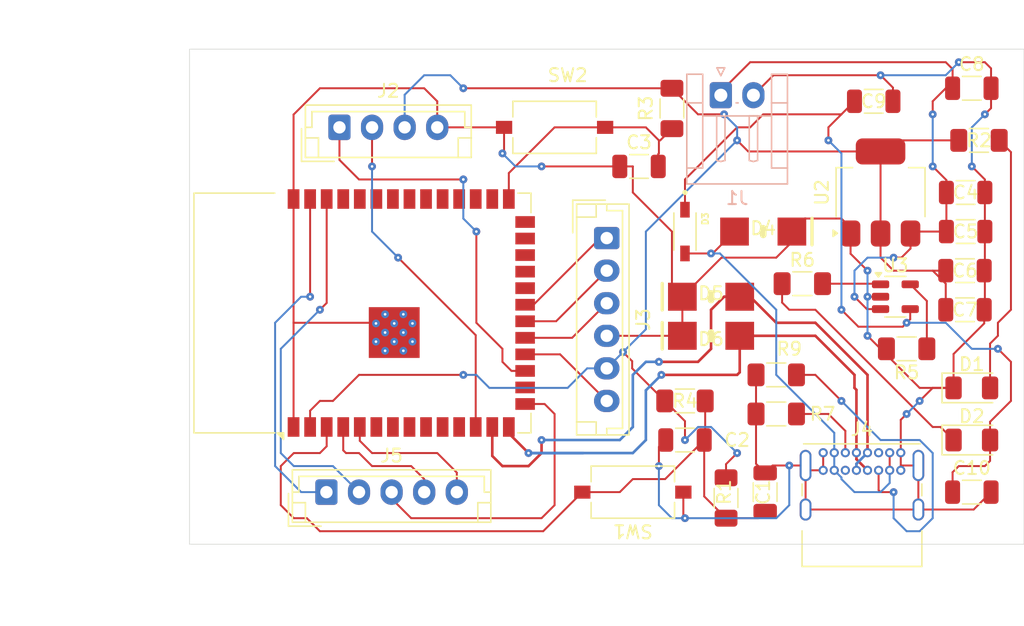
<source format=kicad_pcb>
(kicad_pcb (version 20240108) (generator "pcbnew") (generator_version "8.0")
  (layers (0 "F.Cu" signal) (31 "B.Cu" signal) (34 "B.Paste" user) (35 "F.Paste" user) (36 "B.SilkS" user "B.Silkscreen") (37 "F.SilkS" user "F.Silkscreen") (38 "B.Mask" user) (39 "F.Mask" user) (44 "Edge.Cuts" user))
  (net 0 "")
  (net 1 "EN")
  (net 2 "GND")
  (net 3 "GPIO0")
  (net 4 "BAT")
  (net 5 "3.3V")
  (net 6 "D+")
  (net 7 "Net-(D1-A)")
  (net 8 "Net-(D2-K)")
  (net 9 "Net-(D3-PadA)")
  (net 10 "D-")
  (net 11 "SDA")
  (net 12 "SCL")
  (net 13 "MISO")
  (net 14 "MOSI")
  (net 15 "CS")
  (net 16 "CLK")
  (net 19 "Net-(J4-CC2)")
  (net 20 "Net-(J4-CC1)")
  (net 21 "A2")
  (net 22 "A4")
  (net 23 "A0")
  (net 24 "A3")
  (net 25 "A1")
  (net 26 "Net-(U3-PROG)")
  (net 27 "STAT")
  (net 50 "VCC_USB")
  (footprint "Resistor_SMD:R_1206_3216Metric_Pad1.30x1.75mm_HandSolder" (layer "F.Cu") (at 93 61 180)
    (property "Reference" "R9")
    (property "Value" "5.1k")
  )
  (footprint "Capacitor_SMD:C_1206_3216Metric" (layer "F.Cu") (at 107.475 53)
    (property "Reference" "C6")
    (property "Value" "10uf")
  )
  (footprint "SMBJ5.0A:SMBJ5.0A" (layer "F.Cu") (at 92 50 180)
    (property "Reference" "D4")
    (property "Value" "TVS")
  )
  (footprint "SMBJ5.0A:SMBJ5.0A" (layer "F.Cu") (at 88 58)
    (property "Reference" "D6")
    (property "Value" "TVS")
  )
  (footprint "Resistor_SMD:R_1206_3216Metric_Pad1.30x1.75mm_HandSolder" (layer "F.Cu") (at 95 54)
    (property "Reference" "R6")
    (property "Value" "10K")
  )
  (footprint "Resistor_SMD:R_1206_3216Metric_Pad1.30x1.75mm_HandSolder" (layer "F.Cu") (at 86 63)
    (property "Reference" "R4")
    (property "Value" "10K")
  )
  (footprint "Connector_JST:JST_EH_B6B-EH-A_1x06_P2.50mm_Vertical" (layer "F.Cu") (at 80 50.5 -90)
    (property "Reference" "J3")
    (property "Value" "SPI")
  )
  (footprint "Resistor_SMD:R_1206_3216Metric_Pad1.30x1.75mm_HandSolder" (layer "F.Cu") (at 85 40.55 -90)
    (property "Reference" "R3")
    (property "Value" "10K")
  )
  (footprint "Capacitor_SMD:C_1206_3216Metric" (layer "F.Cu") (at 107.525 50)
    (property "Reference" "C5")
    (property "Value" "0.1uf")
  )
  (footprint "Capacitor_SMD:C_1206_3216Metric" (layer "F.Cu") (at 107.475 56)
    (property "Reference" "C7")
    (property "Value" "0.1uf")
  )
  (footprint "Button_Switch_SMD:SW_Tactile_SPST_NO_Straight_CK_PTS636Sx25SMTRLFS" (layer "F.Cu") (at 76 42)
    (property "Reference" "SW2")
    (property "Value" "BOOT")
  )
  (footprint "Capacitor_SMD:C_1206_3216Metric" (layer "F.Cu") (at 100.475 40)
    (property "Reference" "C9")
    (property "Value" "4.7uf")
  )
  (footprint "Connector_JST:JST_EH_B4B-EH-A_1x04_P2.50mm_Vertical" (layer "F.Cu") (at 59.5 42)
    (property "Reference" "J2")
    (property "Value" "I2C")
  )
  (footprint "Capacitor_SMD:C_1206_3216Metric" (layer "F.Cu") (at 108 39)
    (property "Reference" "C8")
    (property "Value" "4.7uf")
  )
  (footprint "Connector_JST:JST_EH_B5B-EH-A_1x05_P2.50mm_Vertical" (layer "F.Cu") (at 58.5 70)
    (property "Reference" "J5")
    (property "Value" "ANALOG")
  )
  (footprint "Resistor_SMD:R_1206_3216Metric_Pad1.30x1.75mm_HandSolder" (layer "F.Cu") (at 103 59 180)
    (property "Reference" "R5")
    (property "Value" "2K")
  )
  (footprint "Connector_USB:USB_C_Receptacle_GCT_USB4085" (layer "F.Cu") (at 96.6 66.975)
    (property "Reference" "J4")
    (property "Value" "USB_C_Receptacle_USB2.0_16P")
  )
  (footprint "Capacitor_SMD:C_1206_3216Metric" (layer "F.Cu") (at 107.525 47)
    (property "Reference" "C4")
    (property "Value" "10uf")
  )
  (footprint "Package_TO_SOT_SMD:SOT-23-5" (layer "F.Cu") (at 102.1375 55)
    (property "Reference" "U3")
    (property "Value" "MCP73831-2-OT")
  )
  (footprint "SMBJ5.0A:SMBJ5.0A" (layer "F.Cu") (at 88 55)
    (property "Reference" "D5")
    (property "Value" "TVS")
  )
  (footprint "Capacitor_SMD:C_1206_3216Metric" (layer "F.Cu") (at 86 66)
    (property "Reference" "C2")
    (property "Value" "0.1uf")
  )
  (footprint "1N5819HW-7-F:SOD3715X145N" (layer "F.Cu") (at 86 50 -90)
    (property "Reference" "D3")
    (property "Value" "1N5819HW-7-F")
  )
  (footprint "LED_SMD:LED_1206_3216Metric" (layer "F.Cu") (at 108 66)
    (property "Reference" "D2")
    (property "Value" "GREEN LED")
  )
  (footprint "Resistor_SMD:R_1206_3216Metric_Pad1.30x1.75mm_HandSolder" (layer "F.Cu") (at 108.55 43)
    (property "Reference" "R2")
    (property "Value" "10K")
  )
  (footprint "Capacitor_SMD:C_1206_3216Metric" (layer "F.Cu") (at 108 70)
    (property "Reference" "C10")
    (property "Value" "4.7uf")
  )
  (footprint "Capacitor_SMD:C_1206_3216Metric" (layer "F.Cu") (at 92.15 70 90)
    (property "Reference" "C1")
    (property "Value" "0.1uf")
  )
  (footprint "Capacitor_SMD:C_1206_3216Metric" (layer "F.Cu") (at 82.475 45)
    (property "Reference" "C3")
    (property "Value" "0.1uf")
  )
  (footprint "LED_SMD:LED_1206_3216Metric" (layer "F.Cu") (at 108 62)
    (property "Reference" "D1")
    (property "Value" "RED LED")
  )
  (footprint "Resistor_SMD:R_1206_3216Metric_Pad1.30x1.75mm_HandSolder" (layer "F.Cu") (at 89.15 70.45 -90)
    (property "Reference" "R1")
    (property "Value" "10K")
  )
  (footprint "Resistor_SMD:R_1206_3216Metric_Pad1.30x1.75mm_HandSolder" (layer "F.Cu") (at 93 64 180)
    (property "Reference" "R7")
    (property "Value" "5.1k")
  )
  (footprint "RF_Module:ESP32-S3-WROOM-1" (layer "F.Cu") (at 61.24 56.25 90)
    (property "Reference" "U1" (hide yes))
    (property "Value" "ESP32-S3")
  )
  (footprint "Button_Switch_SMD:SW_Tactile_SPST_NO_Straight_CK_PTS636Sx25SMTRLFS" (layer "F.Cu") (at 82 70 180)
    (property "Reference" "SW1")
    (property "Value" "RESET")
  )
  (footprint "Package_TO_SOT_SMD:SOT-223-3_TabPin2" (layer "F.Cu") (at 101 47 90)
    (property "Reference" "U2")
    (property "Value" "AMS1117-3.3")
  )
  (footprint "Connector_JST:JST_EH_S2B-EH_1x02_P2.50mm_Horizontal" (layer "B.Cu") (at 88.75 39.5325)
    (property "Reference" "J1")
    (property "Value" "Battery")
  )
  (gr_rect (start 48 36) (end 112 74) (stroke (width 0.05)) (fill none) (layer "Edge.Cuts"))
  (segment (start 91.625 72) (end 92.15 71.475) (width 0.15) (layer "F.Cu") (net 1))
  (segment (start 55 68) (end 55 71) (width 0.15) (layer "F.Cu") (net 1))
  (segment (start 58.52 65) (end 58.52 66.48) (width 0.15) (layer "F.Cu") (net 1))
  (segment (start 58.52 66.48) (end 58 67) (width 0.15) (layer "F.Cu") (net 1))
  (segment (start 87.55 63) (end 87.55 65.925) (width 0.15) (layer "F.Cu") (net 1))
  (segment (start 82 69) (end 84.475 69) (width 0.15) (layer "F.Cu") (net 1))
  (segment (start 75.125 73) (end 78.125 70) (width 0.15) (layer "F.Cu") (net 1))
  (segment (start 57 72) (end 58 73) (width 0.15) (layer "F.Cu") (net 1))
  (segment (start 78.125 70) (end 81 70) (width 0.15) (layer "F.Cu") (net 1))
  (segment (start 87.475 70.325) (end 87.475 66) (width 0.15) (layer "F.Cu") (net 1))
  (segment (start 56 67) (end 55 68) (width 0.15) (layer "F.Cu") (net 1))
  (segment (start 58 67) (end 56 67) (width 0.15) (layer "F.Cu") (net 1))
  (segment (start 56 72) (end 57 72) (width 0.15) (layer "F.Cu") (net 1))
  (segment (start 55 71) (end 56 72) (width 0.15) (layer "F.Cu") (net 1))
  (segment (start 89.15 72) (end 91.625 72) (width 0.15) (layer "F.Cu") (net 1))
  (segment (start 87.55 65.925) (end 87.475 66) (width 0.15) (layer "F.Cu") (net 1))
  (segment (start 81 70) (end 82 69) (width 0.15) (layer "F.Cu") (net 1))
  (segment (start 58 73) (end 75.125 73) (width 0.15) (layer "F.Cu") (net 1))
  (segment (start 84.475 69) (end 87.475 66) (width 0.15) (layer "F.Cu") (net 1))
  (segment (start 89.15 72) (end 87.475 70.325) (width 0.15) (layer "F.Cu") (net 1))
  (segment (start 82 45) (end 82 47) (width 0.15) (layer "F.Cu") (net 2))
  (segment (start 109.475 37.475) (end 109.475 39) (width 0.15) (layer "F.Cu") (net 2))
  (segment (start 109 37) (end 109.475 37.475) (width 0.15) (layer "F.Cu") (net 2))
  (segment (start 101.45 59.45) (end 101.45 59) (width 0.15) (layer "F.Cu") (net 2))
  (segment (start 101 55) (end 100 55) (width 0.15) (layer "F.Cu") (net 2))
  (segment (start 95.25 71.335) (end 103.9 71.335) (width 0.15) (layer "F.Cu") (net 2))
  (segment (start 106.6 62) (end 104 62) (width 0.15) (layer "F.Cu") (net 2))
  (segment (start 98.7 51.7) (end 100 53) (width 0.15) (layer "F.Cu") (net 2))
  (segment (start 85.875 71.875) (end 86 72) (width 0.15) (layer "F.Cu") (net 2))
  (segment (start 55.98 65) (end 55.98 57) (width 0.15) (layer "F.Cu") (net 2))
  (segment (start 108.95 57.05) (end 108.95 56) (width 0.15) (layer "F.Cu") (net 2))
  (segment (start 102.55 68) (end 102.55 68.325) (width 0.15) (layer "F.Cu") (net 2))
  (segment (start 85.875 70) (end 85.875 71.875) (width 0.15) (layer "F.Cu") (net 2))
  (segment (start 95.25 67.955) (end 94 67.955) (width 0.15) (layer "F.Cu") (net 2))
  (segment (start 91.25 39.5325) (end 92.7825 38) (width 0.15) (layer "F.Cu") (net 2))
  (segment (start 94.2 50) (end 94.2 50.8) (width 0.15) (layer "F.Cu") (net 2))
  (segment (start 66 39) (end 67 40) (width 0.15) (layer "F.Cu") (net 2))
  (segment (start 102.595 67.955) (end 103.9 67.955) (width 0.15) (layer "F.Cu") (net 2))
  (segment (start 55.98 57) (end 55.98 47.5) (width 0.15) (layer "F.Cu") (net 2))
  (segment (start 109 47) (end 109 55.95) (width 0.15) (layer "F.Cu") (net 2))
  (segment (start 109 55.95) (end 108.95 56) (width 0.15) (layer "F.Cu") (net 2))
  (segment (start 106.6 62) (end 106.6 59.4) (width 0.15) (layer "F.Cu") (net 2))
  (segment (start 95.2 49) (end 94.2 50) (width 0.15) (layer "F.Cu") (net 2))
  (segment (start 101 38) (end 101.95 38.95) (width 0.15) (layer "F.Cu") (net 2))
  (segment (start 72.125 42) (end 72.125 43.875) (width 0.15) (layer "F.Cu") (net 2))
  (segment (start 84 66.525) (end 84 68) (width 0.15) (layer "F.Cu") (net 2))
  (segment (start 80 58) (end 85.8 58) (width 0.15) (layer "F.Cu") (net 2))
  (segment (start 96.6 66.975) (end 96.6 68.325) (width 0.15) (layer "F.Cu") (net 2))
  (segment (start 63 57.75) (end 62.25 57) (width 0.15) (layer "F.Cu") (net 2))
  (segment (start 101 59) (end 100 58) (width 0.15) (layer "F.Cu") (net 2))
  (segment (start 85.8 58) (end 85.8 55) (width 0.15) (layer "F.Cu") (net 2))
  (segment (start 98.7 49.7) (end 98 49) (width 0.15) (layer "F.Cu") (net 2))
  (segment (start 109 47) (end 109 46) (width 0.15) (layer "F.Cu") (net 2))
  (segment (start 95.62 68.325) (end 95.25 67.955) (width 0.15) (layer "F.Cu") (net 2))
  (segment (start 88.8 52) (end 85.8 55) (width 0.15) (layer "F.Cu") (net 2))
  (segment (start 55.98 41.02) (end 58 39) (width 0.15) (layer "F.Cu") (net 2))
  (segment (start 93 52) (end 88.8 52) (width 0.15) (layer "F.Cu") (net 2))
  (segment (start 92.72 67.955) (end 92.15 68.525) (width 0.15) (layer "F.Cu") (net 2))
  (segment (start 106.6 62) (end 105 62) (width 0.15) (layer "F.Cu") (net 2))
  (segment (start 102.55 66.975) (end 102.55 68) (width 0.15) (layer "F.Cu") (net 2))
  (segment (start 81 45) (end 75 45) (width 0.15) (layer "F.Cu") (net 2))
  (segment (start 109.475 39) (end 109.475 40.525) (width 0.15) (layer "F.Cu") (net 2))
  (segment (start 104 62) (end 101.45 59.45) (width 0.15) (layer "F.Cu") (net 2))
  (segment (start 82 47) (end 85 50) (width 0.15) (layer "F.Cu") (net 2))
  (segment (start 103.9 67.955) (end 103.9 71.335) (width 0.15) (layer "F.Cu") (net 2))
  (segment (start 92.7825 38) (end 101 38) (width 0.15) (layer "F.Cu") (net 2))
  (segment (start 98 49) (end 95.2 49) (width 0.15) (layer "F.Cu") (net 2))
  (segment (start 81 45) (end 82 45) (width 0.15) (layer "F.Cu") (net 2))
  (segment (start 98.7 50.15) (end 98.7 49.7) (width 0.15) (layer "F.Cu") (net 2))
  (segment (start 109 46) (end 108 45) (width 0.15) (layer "F.Cu") (net 2))
  (segment (start 95.25 67.955) (end 95.25 71.335) (width 0.15) (layer "F.Cu") (net 2))
  (segment (start 92.15 68.525) (end 91.45 67.825) (width 0.15) (layer "F.Cu") (net 2))
  (segment (start 67 40) (end 67 42) (width 0.15) (layer "F.Cu") (net 2))
  (segment (start 62.25 57) (end 55.98 57) (width 0.15) (layer "F.Cu") (net 2))
  (segment (start 67 42) (end 72.125 42) (width 0.15) (layer "F.Cu") (net 2))
  (segment (start 84.525 66) (end 84 66.525) (width 0.15) (layer "F.Cu") (net 2))
  (segment (start 72.125 43.875) (end 72 44) (width 0.15) (layer "F.Cu") (net 2))
  (segment (start 96.6 68.325) (end 95.62 68.325) (width 0.15) (layer "F.Cu") (net 2))
  (segment (start 55.98 47.5) (end 55.98 41.02) (width 0.15) (layer "F.Cu") (net 2))
  (segment (start 94.2 50.8) (end 93 52) (width 0.15) (layer "F.Cu") (net 2))
  (segment (start 94 67.955) (end 92.72 67.955) (width 0.15) (layer "F.Cu") (net 2))
  (segment (start 103.9 71.335) (end 108.14 71.335) (width 0.15) (layer "F.Cu") (net 2))
  (segment (start 58 39) (end 66 39) (width 0.15) (layer "F.Cu") (net 2))
  (segment (start 101.45 59) (end 101 59) (width 0.15) (layer "F.Cu") (net 2))
  (segment (start 91.45 67.825) (end 91.45 64) (width 0.15) (layer "F.Cu") (net 2))
  (segment (start 105 62) (end 104 63) (width 0.15) (layer "F.Cu") (net 2))
  (segment (start 98.7 50.15) (end 98.7 51.7) (width 0.15) (layer "F.Cu") (net 2))
  (segment (start 91.45 61) (end 91.45 64) (width 0.15) (layer "F.Cu") (net 2))
  (segment (start 102.55 66.975) (end 102.55 64.45) (width 0.15) (layer "F.Cu") (net 2))
  (segment (start 109.475 40.525) (end 109 41) (width 0.15) (layer "F.Cu") (net 2))
  (segment (start 102.55 64.45) (end 103 64) (width 0.15) (layer "F.Cu") (net 2))
  (segment (start 106.6 59.4) (end 108.95 57.05) (width 0.15) (layer "F.Cu") (net 2))
  (segment (start 101.95 38.95) (end 101.95 40) (width 0.15) (layer "F.Cu") (net 2))
  (segment (start 108.14 71.335) (end 109.475 70) (width 0.15) (layer "F.Cu") (net 2))
  (segment (start 107 37) (end 109 37) (width 0.15) (layer "F.Cu") (net 2))
  (segment (start 102.55 68) (end 102.595 67.955) (width 0.15) (layer "F.Cu") (net 2))
  (segment (start 85 54.2) (end 85.8 55) (width 0.15) (layer "F.Cu") (net 2))
  (segment (start 85 50) (end 85 54.2) (width 0.15) (layer "F.Cu") (net 2))
  (via (at 100 55) (size 0.6) (drill 0.2) (layers "F.Cu" "B.Cu") (net 2))
  (via (at 72 44) (size 0.6) (drill 0.2) (layers "F.Cu" "B.Cu") (net 2))
  (via (at 103 64) (size 0.6) (drill 0.2) (layers "F.Cu" "B.Cu") (net 2))
  (via (at 104 63) (size 0.6) (drill 0.2) (layers "F.Cu" "B.Cu") (net 2))
  (via (at 75 45) (size 0.6) (drill 0.2) (layers "F.Cu" "B.Cu") (net 2))
  (via (at 94 67.955) (size 0.6) (drill 0.2) (layers "F.Cu" "B.Cu") (net 2))
  (via (at 109 41) (size 0.6) (drill 0.2) (layers "F.Cu" "B.Cu") (net 2))
  (via (at 100 53) (size 0.6) (drill 0.2) (layers "F.Cu" "B.Cu") (net 2))
  (via (at 100 58) (size 0.6) (drill 0.2) (layers "F.Cu" "B.Cu") (net 2))
  (via (at 108 45) (size 0.6) (drill 0.2) (layers "F.Cu" "B.Cu") (net 2))
  (via (at 86 72) (size 0.6) (drill 0.2) (layers "F.Cu" "B.Cu") (net 2))
  (via (at 84 68) (size 0.6) (drill 0.2) (layers "F.Cu" "B.Cu") (net 2))
  (via (at 107 37) (size 0.6) (drill 0.2) (layers "F.Cu" "B.Cu") (net 2))
  (via (at 101 38) (size 0.6) (drill 0.2) (layers "F.Cu" "B.Cu") (net 2))
  (segment (start 100 55) (end 100 58) (width 0.15) (layer "B.Cu") (net 2))
  (segment (start 103 64) (end 104 63) (width 0.15) (layer "B.Cu") (net 2))
  (segment (start 84 71) (end 85 72) (width 0.15) (layer "B.Cu") (net 2))
  (segment (start 85 72) (end 86 72) (width 0.15) (layer "B.Cu") (net 2))
  (segment (start 94 71) (end 94 67.955) (width 0.15) (layer "B.Cu") (net 2))
  (segment (start 106 38) (end 107 37) (width 0.15) (layer "B.Cu") (net 2))
  (segment (start 93 72) (end 94 71) (width 0.15) (layer "B.Cu") (net 2))
  (segment (start 72 44) (end 73 45) (width 0.15) (layer "B.Cu") (net 2))
  (segment (start 86 72) (end 93 72) (width 0.15) (layer "B.Cu") (net 2))
  (segment (start 101 38) (end 106 38) (width 0.15) (layer "B.Cu") (net 2))
  (segment (start 73 45) (end 75 45) (width 0.15) (layer "B.Cu") (net 2))
  (segment (start 84 68) (end 84 71) (width 0.15) (layer "B.Cu") (net 2))
  (segment (start 100 53) (end 100 55) (width 0.15) (layer "B.Cu") (net 2))
  (segment (start 108 45) (end 108 42) (width 0.15) (layer "B.Cu") (net 2))
  (segment (start 108 42) (end 109 41) (width 0.15) (layer "B.Cu") (net 2))
  (segment (start 72.49 47.5) (end 72.49 45.51) (width 0.15) (layer "F.Cu") (net 3))
  (segment (start 79.875 42) (end 83 42) (width 0.15) (layer "F.Cu") (net 3))
  (segment (start 84 44) (end 83.95 44.05) (width 0.15) (layer "F.Cu") (net 3))
  (segment (start 84.1 43) (end 84 43) (width 0.15) (layer "F.Cu") (net 3))
  (segment (start 72.49 45.51) (end 76 42) (width 0.15) (layer "F.Cu") (net 3))
  (segment (start 85 42.1) (end 84.1 43) (width 0.15) (layer "F.Cu") (net 3))
  (segment (start 83.95 44.05) (end 83.95 45) (width 0.15) (layer "F.Cu") (net 3))
  (segment (start 76 42) (end 79.875 42) (width 0.15) (layer "F.Cu") (net 3))
  (segment (start 84 43) (end 84 44) (width 0.15) (layer "F.Cu") (net 3))
  (segment (start 83 42) (end 84 43) (width 0.15) (layer "F.Cu") (net 3))
  (segment (start 106.05 50) (end 103.45 50) (width 0.15) (layer "F.Cu") (net 4))
  (segment (start 103.3 51.3) (end 102.6 52) (width 0.15) (layer "F.Cu") (net 4))
  (segment (start 106.525 37.525) (end 106.525 39) (width 0.15) (layer "F.Cu") (net 4))
  (segment (start 103.45 50) (end 103.3 50.15) (width 0.15) (layer "F.Cu") (net 4))
  (segment (start 103.3 50.15) (end 103.3 51.3) (width 0.15) (layer "F.Cu") (net 4))
  (segment (start 106 39) (end 106.525 39) (width 0.15) (layer "F.Cu") (net 4))
  (segment (start 106.05 46.05) (end 105 45) (width 0.15) (layer "F.Cu") (net 4))
  (segment (start 91 37) (end 106 37) (width 0.15) (layer "F.Cu") (net 4))
  (segment (start 106 37) (end 106.525 37.525) (width 0.15) (layer "F.Cu") (net 4))
  (segment (start 102 52) (end 102.6 52) (width 0.15) (layer "F.Cu") (net 4))
  (segment (start 88.75 39.5325) (end 88.75 39.25) (width 0.15) (layer "F.Cu") (net 4))
  (segment (start 105 41) (end 105 40) (width 0.15) (layer "F.Cu") (net 4))
  (segment (start 106.05 47) (end 106.05 46.05) (width 0.15) (layer "F.Cu") (net 4))
  (segment (start 99.95 55.95) (end 101 55.95) (width 0.15) (layer "F.Cu") (net 4))
  (segment (start 105 40) (end 106 39) (width 0.15) (layer "F.Cu") (net 4))
  (segment (start 99 55) (end 99.95 55.95) (width 0.15) (layer "F.Cu") (net 4))
  (segment (start 106.05 47) (end 106.05 50) (width 0.15) (layer "F.Cu") (net 4))
  (segment (start 88.75 39.25) (end 91 37) (width 0.15) (layer "F.Cu") (net 4))
  (via (at 105 45) (size 0.6) (drill 0.2) (layers "F.Cu" "B.Cu") (net 4))
  (via (at 99 55) (size 0.6) (drill 0.2) (layers "F.Cu" "B.Cu") (net 4))
  (via (at 102 52) (size 0.6) (drill 0.2) (layers "F.Cu" "B.Cu") (net 4))
  (via (at 105 41) (size 0.6) (drill 0.2) (layers "F.Cu" "B.Cu") (net 4))
  (segment (start 100 52) (end 102 52) (width 0.15) (layer "B.Cu") (net 4))
  (segment (start 105 45) (end 105 41) (width 0.15) (layer "B.Cu") (net 4))
  (segment (start 99 53) (end 100 52) (width 0.15) (layer "B.Cu") (net 4))
  (segment (start 99 53) (end 99 55) (width 0.15) (layer "B.Cu") (net 4))
  (segment (start 57.25 63.75) (end 58 63) (width 0.15) (layer "F.Cu") (net 5))
  (segment (start 90.85 43.85) (end 90 43) (width 0.15) (layer "F.Cu") (net 5))
  (segment (start 59 63) (end 61 61) (width 0.15) (layer "F.Cu") (net 5))
  (segment (start 86 64.55) (end 86 66) (width 0.15) (layer "F.Cu") (net 5))
  (segment (start 81.95 59.95) (end 81.25 59.25) (width 0.15) (layer "F.Cu") (net 5))
  (segment (start 84.45 63) (end 86 64.55) (width 0.15) (layer "F.Cu") (net 5))
  (segment (start 101 43.85) (end 90.85 43.85) (width 0.15) (layer "F.Cu") (net 5))
  (segment (start 102 53) (end 105 53) (width 0.15) (layer "F.Cu") (net 5))
  (segment (start 101 50.15) (end 101 52) (width 0.15) (layer "F.Cu") (net 5))
  (segment (start 81.95 60.5) (end 81.95 59.95) (width 0.15) (layer "F.Cu") (net 5))
  (segment (start 57.25 65) (end 57.25 63.75) (width 0.15) (layer "F.Cu") (net 5))
  (segment (start 81.95 60.5) (end 84.45 63) (width 0.15) (layer "F.Cu") (net 5))
  (segment (start 105 53) (end 106 53) (width 0.15) (layer "F.Cu") (net 5))
  (segment (start 85 39) (end 87 41) (width 0.15) (layer "F.Cu") (net 5))
  (segment (start 89.15 67.85) (end 90 67) (width 0.15) (layer "F.Cu") (net 5))
  (segment (start 58 63) (end 59 63) (width 0.15) (layer "F.Cu") (net 5))
  (segment (start 87 41) (end 89 41) (width 0.15) (layer "F.Cu") (net 5))
  (segment (start 106 54) (end 106 56) (width 0.15) (layer "F.Cu") (net 5))
  (segment (start 61 61) (end 69 61) (width 0.15) (layer "F.Cu") (net 5))
  (segment (start 107 43) (end 101.85 43) (width 0.15) (layer "F.Cu") (net 5))
  (segment (start 85 39) (end 69 39) (width 0.15) (layer "F.Cu") (net 5))
  (segment (start 101.85 43) (end 101 43.85) (width 0.15) (layer "F.Cu") (net 5))
  (segment (start 101 50.15) (end 101 43.85) (width 0.15) (layer "F.Cu") (net 5))
  (segment (start 89.15 68.9) (end 89.15 67.85) (width 0.15) (layer "F.Cu") (net 5))
  (segment (start 105 53) (end 106 54) (width 0.15) (layer "F.Cu") (net 5))
  (segment (start 101 52) (end 102 53) (width 0.15) (layer "F.Cu") (net 5))
  (via (at 69 61) (size 0.6) (drill 0.2) (layers "F.Cu" "B.Cu") (net 5))
  (via (at 69 39) (size 0.6) (drill 0.2) (layers "F.Cu" "B.Cu") (net 5))
  (via (at 81.25 59.25) (size 0.6) (drill 0.2) (layers "F.Cu" "B.Cu") (net 5))
  (via (at 86 66) (size 0.6) (drill 0.2) (layers "F.Cu" "B.Cu") (net 5))
  (via (at 90 67) (size 0.6) (drill 0.2) (layers "F.Cu" "B.Cu") (net 5))
  (via (at 90 43) (size 0.6) (drill 0.2) (layers "F.Cu" "B.Cu") (net 5))
  (via (at 89 41) (size 0.6) (drill 0.2) (layers "F.Cu" "B.Cu") (net 5))
  (segment (start 69 61) (end 70 61) (width 0.15) (layer "B.Cu") (net 5))
  (segment (start 89 41) (end 90 42) (width 0.15) (layer "B.Cu") (net 5))
  (segment (start 81.25 59.25) (end 83 57.5) (width 0.15) (layer "B.Cu") (net 5))
  (segment (start 80 60.5) (end 81.25 59.25) (width 0.15) (layer "B.Cu") (net 5))
  (segment (start 64.5 39.5) (end 66 38) (width 0.15) (layer "B.Cu") (net 5))
  (segment (start 71 62) (end 77 62) (width 0.15) (layer "B.Cu") (net 5))
  (segment (start 88 65) (end 87 65) (width 0.15) (layer "B.Cu") (net 5))
  (segment (start 68 38) (end 69 39) (width 0.15) (layer "B.Cu") (net 5))
  (segment (start 90 42) (end 90 43) (width 0.15) (layer "B.Cu") (net 5))
  (segment (start 66 38) (end 68 38) (width 0.15) (layer "B.Cu") (net 5))
  (segment (start 87 65) (end 86 66) (width 0.15) (layer "B.Cu") (net 5))
  (segment (start 70 61) (end 71 62) (width 0.15) (layer "B.Cu") (net 5))
  (segment (start 90 67) (end 88 65) (width 0.15) (layer "B.Cu") (net 5))
  (segment (start 78.5 60.5) (end 80 60.5) (width 0.15) (layer "B.Cu") (net 5))
  (segment (start 64.5 42) (end 64.5 39.5) (width 0.15) (layer "B.Cu") (net 5))
  (segment (start 83 50) (end 90 43) (width 0.15) (layer "B.Cu") (net 5))
  (segment (start 77 62) (end 78.5 60.5) (width 0.15) (layer "B.Cu") (net 5))
  (segment (start 83 57.5) (end 83 50) (width 0.15) (layer "B.Cu") (net 5))
  (segment (start 99.15 62.15) (end 99.15 66.975) (width 0.2) (layer "F.Cu") (net 6))
  (segment (start 97 59) (end 99 61) (width 0.2) (layer "F.Cu") (net 6))
  (segment (start 90.2 60.8) (end 90.2 58) (width 0.2) (layer "F.Cu") (net 6))
  (segment (start 72.49 65.49) (end 74 67) (width 0.2) (layer "F.Cu") (net 6))
  (segment (start 96 58) (end 97 59) (width 0.2) (layer "F.Cu") (net 6))
  (segment (start 99 62) (end 99.15 62.15) (width 0.2) (layer "F.Cu") (net 6))
  (segment (start 99 61) (end 99 62) (width 0.2) (layer "F.Cu") (net 6))
  (segment (start 90.2 58) (end 96 58) (width 0.2) (layer "F.Cu") (net 6))
  (segment (start 90 61) (end 90.2 60.8) (width 0.2) (layer "F.Cu") (net 6))
  (segment (start 99.15 67.475) (end 100 68.325) (width 0.2) (layer "F.Cu") (net 6))
  (segment (start 84.189034 61) (end 90 61) (width 0.2) (layer "F.Cu") (net 6))
  (segment (start 72.49 65) (end 72.49 65.49) (width 0.2) (layer "F.Cu") (net 6))
  (segment (start 99.15 66.975) (end 99.15 67.475) (width 0.2) (layer "F.Cu") (net 6))
  (via (at 84.189034 61) (size 0.6) (drill 0.2) (layers "F.Cu" "B.Cu") (net 6))
  (via (at 74 67) (size 0.6) (drill 0.2) (layers "F.Cu" "B.Cu") (net 6))
  (segment (start 83 62.189034) (end 83 66) (width 0.2) (layer "B.Cu") (net 6))
  (segment (start 82 67) (end 74 67) (width 0.2) (layer "B.Cu") (net 6))
  (segment (start 74 67) (end 78.189034 67) (width 0.2) (layer "B.Cu") (net 6))
  (segment (start 83 66) (end 82 67) (width 0.2) (layer "B.Cu") (net 6))
  (segment (start 84.189034 61) (end 83 62.189034) (width 0.2) (layer "B.Cu") (net 6))
  (segment (start 111 56) (end 111 43.9) (width 0.15) (layer "F.Cu") (net 7))
  (segment (start 109.4 58.6) (end 110 58) (width 0.15) (layer "F.Cu") (net 7))
  (segment (start 110 58) (end 110 57) (width 0.15) (layer "F.Cu") (net 7))
  (segment (start 110 57) (end 111 56) (width 0.15) (layer "F.Cu") (net 7))
  (segment (start 109.4 62) (end 109.4 58.6) (width 0.15) (layer "F.Cu") (net 7))
  (segment (start 111 43.9) (end 110.1 43) (width 0.15) (layer "F.Cu") (net 7))
  (segment (start 96 56) (end 105 65) (width 0.15) (layer "F.Cu") (net 8))
  (segment (start 93.45 54) (end 93.45 55.45) (width 0.15) (layer "F.Cu") (net 8))
  (segment (start 93.45 55.45) (end 94 56) (width 0.15) (layer "F.Cu") (net 8))
  (segment (start 105 65) (end 105.6 65) (width 0.15) (layer "F.Cu") (net 8))
  (segment (start 93.45 54) (end 93 54) (width 0.15) (layer "F.Cu") (net 8))
  (segment (start 94 56) (end 96 56) (width 0.15) (layer "F.Cu") (net 8))
  (segment (start 105.6 65) (end 106.6 66) (width 0.15) (layer "F.Cu") (net 8))
  (segment (start 101.7 68.325) (end 101.7 66.975) (width 0.15) (layer "F.Cu") (net 9))
  (segment (start 88 51.68) (end 88.12 51.68) (width 0.15) (layer "F.Cu") (net 9))
  (segment (start 86 51.68) (end 88 51.68) (width 0.15) (layer "F.Cu") (net 9))
  (segment (start 88.12 51.68) (end 89.8 50) (width 0.15) (layer "F.Cu") (net 9))
  (via (at 88 51.68) (size 0.6) (drill 0.2) (layers "F.Cu" "B.Cu") (net 9))
  (segment (start 101 70) (end 101.7 69.3) (width 0.15) (layer "B.Cu") (net 9))
  (segment (start 98 69) (end 99 70) (width 0.15) (layer "B.Cu") (net 9))
  (segment (start 98 68.875) (end 98 69) (width 0.15) (layer "B.Cu") (net 9))
  (segment (start 99 70) (end 101 70) (width 0.15) (layer "B.Cu") (net 9))
  (segment (start 101.7 69.3) (end 101.7 68.325) (width 0.15) (layer "B.Cu") (net 9))
  (segment (start 97.45 68.325) (end 97.45 66.975) (width 0.15) (layer "B.Cu") (net 9))
  (segment (start 93 61) (end 93 56) (width 0.15) (layer "B.Cu") (net 9))
  (segment (start 97.45 65.45) (end 93 61) (width 0.15) (layer "B.Cu") (net 9))
  (segment (start 93 56) (end 88.68 51.68) (width 0.15) (layer "B.Cu") (net 9))
  (segment (start 97.45 68.325) (end 98 68.875) (width 0.15) (layer "B.Cu") (net 9))
  (segment (start 88.68 51.68) (end 88 51.68) (width 0.15) (layer "B.Cu") (net 9))
  (segment (start 97.45 66.975) (end 97.45 65.45) (width 0.15) (layer "B.Cu") (net 9))
  (segment (start 72 68) (end 74 68) (width 0.2) (layer "F.Cu") (net 10))
  (segment (start 74 68) (end 75 67) (width 0.2) (layer "F.Cu") (net 10))
  (segment (start 88 56) (end 88 59) (width 0.2) (layer "F.Cu") (net 10))
  (segment (start 100 61) (end 100 66.975) (width 0.2) (layer "F.Cu") (net 10))
  (segment (start 90.2 55) (end 89 55) (width 0.2) (layer "F.Cu") (net 10))
  (segment (start 90.2 55) (end 91 55) (width 0.2) (layer "F.Cu") (net 10))
  (segment (start 71.22 67.22) (end 72 68) (width 0.2) (layer "F.Cu") (net 10))
  (segment (start 93 57) (end 96 57) (width 0.2) (layer "F.Cu") (net 10))
  (segment (start 75 67) (end 75 66) (width 0.2) (layer "F.Cu") (net 10))
  (segment (start 71.22 65) (end 71.22 67.22) (width 0.2) (layer "F.Cu") (net 10))
  (segment (start 89 55) (end 88 56) (width 0.2) (layer "F.Cu") (net 10))
  (segment (start 96 57) (end 100 61) (width 0.2) (layer "F.Cu") (net 10))
  (segment (start 91 55) (end 93 57) (width 0.2) (layer "F.Cu") (net 10))
  (segment (start 87 60) (end 84 60) (width 0.2) (layer "F.Cu") (net 10))
  (segment (start 88 59) (end 87 60) (width 0.2) (layer "F.Cu") (net 10))
  (via (at 84 60) (size 0.6) (drill 0.2) (layers "F.Cu" "B.Cu") (net 10))
  (via (at 75 66) (size 0.6) (drill 0.2) (layers "F.Cu" "B.Cu") (net 10))
  (via (at 84 60) (size 0.6) (drill 0.2) (layers "F.Cu" "B.Cu") (net 10))
  (segment (start 81 66) (end 75 66) (width 0.2) (layer "B.Cu") (net 10))
  (segment (start 82 61) (end 82 65) (width 0.2) (layer "B.Cu") (net 10))
  (segment (start 99.15 68.325) (end 99.15 67.825) (width 0.2) (layer "B.Cu") (net 10))
  (segment (start 84 60) (end 83 60) (width 0.2) (layer "B.Cu") (net 10))
  (segment (start 83 60) (end 82 61) (width 0.2) (layer "B.Cu") (net 10))
  (segment (start 82 65) (end 81 66) (width 0.2) (layer "B.Cu") (net 10))
  (segment (start 99.15 67.825) (end 100 66.975) (width 0.2) (layer "B.Cu") (net 10))
  (segment (start 69.95 57.95) (end 64 52) (width 0.15) (layer "F.Cu") (net 11))
  (segment (start 69.95 65) (end 69.95 57.95) (width 0.15) (layer "F.Cu") (net 11))
  (segment (start 62 42) (end 62 45) (width 0.15) (layer "F.Cu") (net 11))
  (via (at 64 52) (size 0.6) (drill 0.2) (layers "F.Cu" "B.Cu") (net 11))
  (via (at 62 45) (size 0.6) (drill 0.2) (layers "F.Cu" "B.Cu") (net 11))
  (segment (start 62 45) (end 62 50) (width 0.15) (layer "B.Cu") (net 11))
  (segment (start 62 50) (end 64 52) (width 0.15) (layer "B.Cu") (net 11))
  (segment (start 59.5 42) (end 59.5 44.5) (width 0.15) (layer "F.Cu") (net 12))
  (segment (start 73.74 60.695) (end 72.695 60.695) (width 0.15) (layer "F.Cu") (net 12))
  (segment (start 72 59) (end 70 57) (width 0.15) (layer "F.Cu") (net 12))
  (segment (start 59.5 44.5) (end 61 46) (width 0.15) (layer "F.Cu") (net 12))
  (segment (start 61 46) (end 69 46) (width 0.15) (layer "F.Cu") (net 12))
  (segment (start 72 60) (end 72 59) (width 0.15) (layer "F.Cu") (net 12))
  (segment (start 70 57) (end 70 50) (width 0.15) (layer "F.Cu") (net 12))
  (segment (start 72.695 60.695) (end 72 60) (width 0.15) (layer "F.Cu") (net 12))
  (via (at 69 46) (size 0.6) (drill 0.2) (layers "F.Cu" "B.Cu") (net 12))
  (via (at 69 46) (size 0.6) (drill 0.2) (layers "F.Cu" "B.Cu") (net 12))
  (via (at 70 50) (size 0.6) (drill 0.2) (layers "F.Cu" "B.Cu") (net 12))
  (segment (start 69 46) (end 69 49) (width 0.15) (layer "B.Cu") (net 12))
  (segment (start 69 49) (end 70 50) (width 0.15) (layer "B.Cu") (net 12))
  (segment (start 79.5 50.5) (end 80 50.5) (width 0.15) (layer "F.Cu") (net 13))
  (segment (start 74.385 55.615) (end 79.5 50.5) (width 0.15) (layer "F.Cu") (net 13))
  (segment (start 73.74 55.615) (end 74.385 55.615) (width 0.15) (layer "F.Cu") (net 13))
  (segment (start 73.74 58.155) (end 77.345 58.155) (width 0.15) (layer "F.Cu") (net 14))
  (segment (start 77.345 58.155) (end 80 55.5) (width 0.15) (layer "F.Cu") (net 14))
  (segment (start 73.74 59.425) (end 76.425 59.425) (width 0.15) (layer "F.Cu") (net 15))
  (segment (start 76.425 59.425) (end 80 63) (width 0.15) (layer "F.Cu") (net 15))
  (segment (start 73.74 56.885) (end 76.115 56.885) (width 0.15) (layer "F.Cu") (net 16))
  (segment (start 76.115 56.885) (end 80 53) (width 0.15) (layer "F.Cu") (net 16))
  (segment (start 101 70) (end 102 70) (width 0.15) (layer "F.Cu") (net 19))
  (segment (start 94.55 61) (end 96 61) (width 0.15) (layer "F.Cu") (net 19))
  (segment (start 100.85 68.325) (end 100.85 69.85) (width 0.15) (layer "F.Cu") (net 19))
  (segment (start 100.85 69.85) (end 101 70) (width 0.15) (layer "F.Cu") (net 19))
  (segment (start 96 61) (end 98 63) (width 0.15) (layer "F.Cu") (net 19))
  (via (at 102 70) (size 0.6) (drill 0.2) (layers "F.Cu" "B.Cu") (net 19))
  (via (at 98 63) (size 0.6) (drill 0.2) (layers "F.Cu" "B.Cu") (net 19))
  (segment (start 98 63) (end 101 66) (width 0.15) (layer "B.Cu") (net 19))
  (segment (start 102 72) (end 102 70) (width 0.15) (layer "B.Cu") (net 19))
  (segment (start 104 66) (end 105 67) (width 0.15) (layer "B.Cu") (net 19))
  (segment (start 104 73) (end 103 73) (width 0.15) (layer "B.Cu") (net 19))
  (segment (start 101 66) (end 104 66) (width 0.15) (layer "B.Cu") (net 19))
  (segment (start 105 67) (end 105 72) (width 0.15) (layer "B.Cu") (net 19))
  (segment (start 105 72) (end 104 73) (width 0.15) (layer "B.Cu") (net 19))
  (segment (start 103 73) (end 102 72) (width 0.15) (layer "B.Cu") (net 19))
  (segment (start 98.3 65.3) (end 98.3 66.975) (width 0.15) (layer "F.Cu") (net 20))
  (segment (start 94.55 64) (end 97 64) (width 0.15) (layer "F.Cu") (net 20))
  (segment (start 97 64) (end 98.3 65.3) (width 0.15) (layer "F.Cu") (net 20))
  (segment (start 76 71) (end 75 72) (width 0.15) (layer "F.Cu") (net 21))
  (segment (start 76 64) (end 76 71) (width 0.15) (layer "F.Cu") (net 21))
  (segment (start 63.5 70.5) (end 63.5 70) (width 0.15) (layer "F.Cu") (net 21))
  (segment (start 65 72) (end 63.5 70.5) (width 0.15) (layer "F.Cu") (net 21))
  (segment (start 75 72) (end 65 72) (width 0.15) (layer "F.Cu") (net 21))
  (segment (start 73.74 63.235) (end 75.235 63.235) (width 0.15) (layer "F.Cu") (net 21))
  (segment (start 75.235 63.235) (end 76 64) (width 0.15) (layer "F.Cu") (net 21))
  (segment (start 67 67) (end 68.5 68.5) (width 0.15) (layer "F.Cu") (net 22))
  (segment (start 68.5 68.5) (end 68.5 70) (width 0.15) (layer "F.Cu") (net 22))
  (segment (start 61.06 65) (end 61.06 66.06) (width 0.15) (layer "F.Cu") (net 22))
  (segment (start 62 67) (end 67 67) (width 0.15) (layer "F.Cu") (net 22))
  (segment (start 61.06 66.06) (end 62 67) (width 0.15) (layer "F.Cu") (net 22))
  (segment (start 57.25 47.5) (end 57.25 55) (width 0.15) (layer "F.Cu") (net 23))
  (via (at 57.25 55) (size 0.6) (drill 0.2) (layers "F.Cu" "B.Cu") (net 23))
  (segment (start 54.565 57) (end 56.565 55) (width 0.15) (layer "B.Cu") (net 23))
  (segment (start 54.565 68) (end 54.565 57) (width 0.15) (layer "B.Cu") (net 23))
  (segment (start 56.565 70) (end 54.565 68) (width 0.15) (layer "B.Cu") (net 23))
  (segment (start 56.565 55) (end 57.25 55) (width 0.15) (layer "B.Cu") (net 23))
  (segment (start 58.5 70) (end 56.565 70) (width 0.15) (layer "B.Cu") (net 23))
  (segment (start 66 69) (end 66 70) (width 0.15) (layer "F.Cu") (net 24))
  (segment (start 60 67) (end 61 67) (width 0.15) (layer "F.Cu") (net 24))
  (segment (start 65 68) (end 66 69) (width 0.15) (layer "F.Cu") (net 24))
  (segment (start 61 67) (end 62 68) (width 0.15) (layer "F.Cu") (net 24))
  (segment (start 59.79 65) (end 59.79 66.79) (width 0.15) (layer "F.Cu") (net 24))
  (segment (start 62 68) (end 65 68) (width 0.15) (layer "F.Cu") (net 24))
  (segment (start 59.79 66.79) (end 60 67) (width 0.15) (layer "F.Cu") (net 24))
  (segment (start 58.52 55.48) (end 58 56) (width 0.15) (layer "F.Cu") (net 25))
  (segment (start 58.52 47.5) (end 58.52 55.48) (width 0.15) (layer "F.Cu") (net 25))
  (via (at 58 56) (size 0.6) (drill 0.2) (layers "F.Cu" "B.Cu") (net 25))
  (segment (start 58 56) (end 55 59) (width 0.15) (layer "B.Cu") (net 25))
  (segment (start 55 59) (end 55 67) (width 0.15) (layer "B.Cu") (net 25))
  (segment (start 59 68) (end 61 70) (width 0.15) (layer "B.Cu") (net 25))
  (segment (start 55 67) (end 56 68) (width 0.15) (layer "B.Cu") (net 25))
  (segment (start 56 68) (end 59 68) (width 0.15) (layer "B.Cu") (net 25))
  (segment (start 104.55 55.325) (end 104.55 59) (width 0.15) (layer "F.Cu") (net 26))
  (segment (start 103.275 54.05) (end 104.55 55.325) (width 0.15) (layer "F.Cu") (net 26))
  (segment (start 96.55 54) (end 100.95 54) (width 0.15) (layer "F.Cu") (net 27))
  (segment (start 100.95 54) (end 101 54.05) (width 0.15) (layer "F.Cu") (net 27))
  (segment (start 86 46) (end 90 42) (width 0.15) (layer "F.Cu") (net 50))
  (segment (start 109.4 66) (end 109.4 64.6) (width 0.15) (layer "F.Cu") (net 50))
  (segment (start 97 42) (end 97 43) (width 0.15) (layer "F.Cu") (net 50))
  (segment (start 98 41) (end 97 42) (width 0.15) (layer "F.Cu") (net 50))
  (segment (start 107 68) (end 109 68) (width 0.15) (layer "F.Cu") (net 50))
  (segment (start 109 68) (end 109.4 67.6) (width 0.15) (layer "F.Cu") (net 50))
  (segment (start 106.525 70) (end 106.525 68.475) (width 0.15) (layer "F.Cu") (net 50))
  (segment (start 92 41) (end 98 41) (width 0.15) (layer "F.Cu") (net 50))
  (segment (start 103 57) (end 103.275 56.725) (width 0.15) (layer "F.Cu") (net 50))
  (segment (start 110 64) (end 111 63) (width 0.15) (layer "F.Cu") (net 50))
  (segment (start 109.4 64.6) (end 110 64) (width 0.15) (layer "F.Cu") (net 50))
  (segment (start 98 56) (end 99.3 57.3) (width 0.15) (layer "F.Cu") (net 50))
  (segment (start 109.4 67.6) (end 109.4 66) (width 0.15) (layer "F.Cu") (net 50))
  (segment (start 102.7 57.3) (end 103 57) (width 0.15) (layer "F.Cu") (net 50))
  (segment (start 98 41) (end 99 40) (width 0.15) (layer "F.Cu") (net 50))
  (segment (start 99.3 57.3) (end 102.7 57.3) (width 0.15) (layer "F.Cu") (net 50))
  (segment (start 106.525 68.475) (end 107 68) (width 0.15) (layer "F.Cu") (net 50))
  (segment (start 86 48.32) (end 86 46) (width 0.15) (layer "F.Cu") (net 50))
  (segment (start 103.275 56.725) (end 103.275 55.95) (width 0.15) (layer "F.Cu") (net 50))
  (segment (start 90 42) (end 91 42) (width 0.15) (layer "F.Cu") (net 50))
  (segment (start 111 60) (end 110 59) (width 0.15) (layer "F.Cu") (net 50))
  (segment (start 111 63) (end 111 60) (width 0.15) (layer "F.Cu") (net 50))
  (segment (start 91 42) (end 92 41) (width 0.15) (layer "F.Cu") (net 50))
  (via (at 103 57) (size 0.6) (drill 0.2) (layers "F.Cu" "B.Cu") (net 50))
  (via (at 97 43) (size 0.6) (drill 0.2) (layers "F.Cu" "B.Cu") (net 50))
  (via (at 98 56) (size 0.6) (drill 0.2) (layers "F.Cu" "B.Cu") (net 50))
  (via (at 110 59) (size 0.6) (drill 0.2) (layers "F.Cu" "B.Cu") (net 50))
  (segment (start 98 44) (end 97 43) (width 0.15) (layer "B.Cu") (net 50))
  (segment (start 106 57) (end 103 57) (width 0.15) (layer "B.Cu") (net 50))
  (segment (start 110 59) (end 108 59) (width 0.15) (layer "B.Cu") (net 50))
  (segment (start 108 59) (end 106 57) (width 0.15) (layer "B.Cu") (net 50))
  (segment (start 98 56) (end 98 44) (width 0.15) (layer "B.Cu") (net 50))
)
</source>
